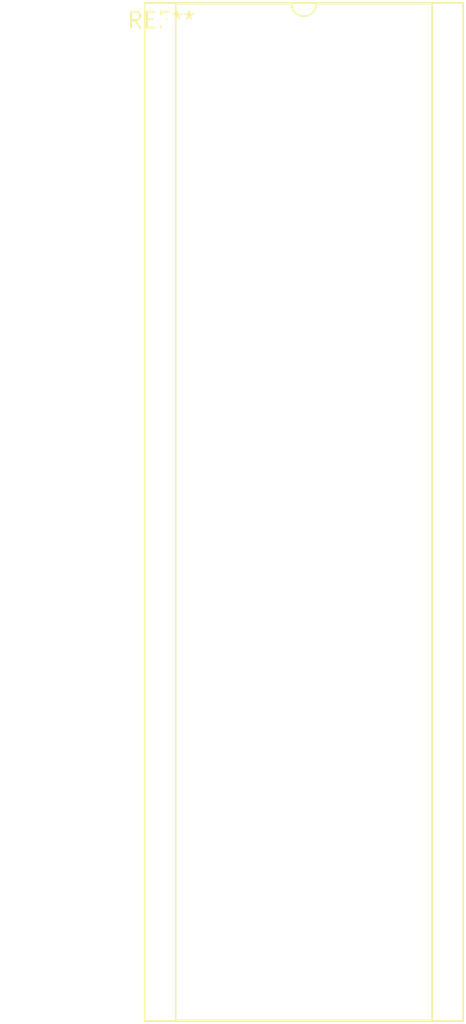
<source format=kicad_pcb>
(kicad_pcb (version 20240108) (generator pcbnew)
  (layers (0 "F.Cu" signal) (31 "B.Cu" signal) (34 "B.Paste" user) (35 "F.Paste" user) (36 "B.SilkS" user "B.Silkscreen") (37 "F.SilkS" user "F.Silkscreen") (38 "B.Mask" user) (39 "F.Mask" user) (44 "Edge.Cuts" user))
  (net 0 "")
  (footprint "DIP-64_W22.86mm_Socket" (layer "F.Cu") (at 0 0)
    (property "Reference" "REF**")
    (property "Value" "DIP-64_W22.86mm_Socket")
    (fp_line (start -1.33 -1.39) (end -1.33 80.13) (layer "F.SilkS") (stroke (width 0.12)))
    (fp_line (start -1.33 80.13) (end 24.19 80.13) (layer "F.SilkS") (stroke (width 0.12)))
    (fp_line (start 1.16 -1.33) (end 1.16 80.07) (layer "F.SilkS") (stroke (width 0.12)))
    (fp_line (start 1.16 80.07) (end 21.7 80.07) (layer "F.SilkS") (stroke (width 0.12)))
    (fp_line (start 10.43 -1.33) (end 1.16 -1.33) (layer "F.SilkS") (stroke (width 0.12)))
    (fp_line (start 21.7 -1.33) (end 12.43 -1.33) (layer "F.SilkS") (stroke (width 0.12)))
    (fp_line (start 21.7 80.07) (end 21.7 -1.33) (layer "F.SilkS") (stroke (width 0.12)))
    (fp_line (start 24.19 -1.39) (end -1.33 -1.39) (layer "F.SilkS") (stroke (width 0.12)))
    (fp_line (start 24.19 80.13) (end 24.19 -1.39) (layer "F.SilkS") (stroke (width 0.12)))
    (fp_arc (start 12.43 -1.33) (mid 11.43 -0.33) (end 10.43 -1.33) (layer "F.SilkS") (stroke (width 0.12)))
    (pad "1" thru_hole rect (at 0 0) (size 1.6 1.6) (drill 0.8) (layers *.Cu *.Mask) (remove_unused_layers))
    (pad "2" thru_hole oval (at 0 2.54) (size 1.6 1.6) (drill 0.8) (layers *.Cu *.Mask) (remove_unused_layers))
    (pad "3" thru_hole oval (at 0 5.08) (size 1.6 1.6) (drill 0.8) (layers *.Cu *.Mask) (remove_unused_layers))
    (pad "4" thru_hole oval (at 0 7.62) (size 1.6 1.6) (drill 0.8) (layers *.Cu *.Mask) (remove_unused_layers))
    (pad "5" thru_hole oval (at 0 10.16) (size 1.6 1.6) (drill 0.8) (layers *.Cu *.Mask) (remove_unused_layers))
    (pad "6" thru_hole oval (at 0 12.7) (size 1.6 1.6) (drill 0.8) (layers *.Cu *.Mask) (remove_unused_layers))
    (pad "7" thru_hole oval (at 0 15.24) (size 1.6 1.6) (drill 0.8) (layers *.Cu *.Mask) (remove_unused_layers))
    (pad "8" thru_hole oval (at 0 17.78) (size 1.6 1.6) (drill 0.8) (layers *.Cu *.Mask) (remove_unused_layers))
    (pad "9" thru_hole oval (at 0 20.32) (size 1.6 1.6) (drill 0.8) (layers *.Cu *.Mask) (remove_unused_layers))
    (pad "10" thru_hole oval (at 0 22.86) (size 1.6 1.6) (drill 0.8) (layers *.Cu *.Mask) (remove_unused_layers))
    (pad "11" thru_hole oval (at 0 25.4) (size 1.6 1.6) (drill 0.8) (layers *.Cu *.Mask) (remove_unused_layers))
    (pad "12" thru_hole oval (at 0 27.94) (size 1.6 1.6) (drill 0.8) (layers *.Cu *.Mask) (remove_unused_layers))
    (pad "13" thru_hole oval (at 0 30.48) (size 1.6 1.6) (drill 0.8) (layers *.Cu *.Mask) (remove_unused_layers))
    (pad "14" thru_hole oval (at 0 33.02) (size 1.6 1.6) (drill 0.8) (layers *.Cu *.Mask) (remove_unused_layers))
    (pad "15" thru_hole oval (at 0 35.56) (size 1.6 1.6) (drill 0.8) (layers *.Cu *.Mask) (remove_unused_layers))
    (pad "16" thru_hole oval (at 0 38.1) (size 1.6 1.6) (drill 0.8) (layers *.Cu *.Mask) (remove_unused_layers))
    (pad "17" thru_hole oval (at 0 40.64) (size 1.6 1.6) (drill 0.8) (layers *.Cu *.Mask) (remove_unused_layers))
    (pad "18" thru_hole oval (at 0 43.18) (size 1.6 1.6) (drill 0.8) (layers *.Cu *.Mask) (remove_unused_layers))
    (pad "19" thru_hole oval (at 0 45.72) (size 1.6 1.6) (drill 0.8) (layers *.Cu *.Mask) (remove_unused_layers))
    (pad "20" thru_hole oval (at 0 48.26) (size 1.6 1.6) (drill 0.8) (layers *.Cu *.Mask) (remove_unused_layers))
    (pad "21" thru_hole oval (at 0 50.8) (size 1.6 1.6) (drill 0.8) (layers *.Cu *.Mask) (remove_unused_layers))
    (pad "22" thru_hole oval (at 0 53.34) (size 1.6 1.6) (drill 0.8) (layers *.Cu *.Mask) (remove_unused_layers))
    (pad "23" thru_hole oval (at 0 55.88) (size 1.6 1.6) (drill 0.8) (layers *.Cu *.Mask) (remove_unused_layers))
    (pad "24" thru_hole oval (at 0 58.42) (size 1.6 1.6) (drill 0.8) (layers *.Cu *.Mask) (remove_unused_layers))
    (pad "25" thru_hole oval (at 0 60.96) (size 1.6 1.6) (drill 0.8) (layers *.Cu *.Mask) (remove_unused_layers))
    (pad "26" thru_hole oval (at 0 63.5) (size 1.6 1.6) (drill 0.8) (layers *.Cu *.Mask) (remove_unused_layers))
    (pad "27" thru_hole oval (at 0 66.04) (size 1.6 1.6) (drill 0.8) (layers *.Cu *.Mask) (remove_unused_layers))
    (pad "28" thru_hole oval (at 0 68.58) (size 1.6 1.6) (drill 0.8) (layers *.Cu *.Mask) (remove_unused_layers))
    (pad "29" thru_hole oval (at 0 71.12) (size 1.6 1.6) (drill 0.8) (layers *.Cu *.Mask) (remove_unused_layers))
    (pad "30" thru_hole oval (at 0 73.66) (size 1.6 1.6) (drill 0.8) (layers *.Cu *.Mask) (remove_unused_layers))
    (pad "31" thru_hole oval (at 0 76.2) (size 1.6 1.6) (drill 0.8) (layers *.Cu *.Mask) (remove_unused_layers))
    (pad "32" thru_hole oval (at 0 78.74) (size 1.6 1.6) (drill 0.8) (layers *.Cu *.Mask) (remove_unused_layers))
    (pad "33" thru_hole oval (at 22.86 78.74) (size 1.6 1.6) (drill 0.8) (layers *.Cu *.Mask) (remove_unused_layers))
    (pad "34" thru_hole oval (at 22.86 76.2) (size 1.6 1.6) (drill 0.8) (layers *.Cu *.Mask) (remove_unused_layers))
    (pad "35" thru_hole oval (at 22.86 73.66) (size 1.6 1.6) (drill 0.8) (layers *.Cu *.Mask) (remove_unused_layers))
    (pad "36" thru_hole oval (at 22.86 71.12) (size 1.6 1.6) (drill 0.8) (layers *.Cu *.Mask) (remove_unused_layers))
    (pad "37" thru_hole oval (at 22.86 68.58) (size 1.6 1.6) (drill 0.8) (layers *.Cu *.Mask) (remove_unused_layers))
    (pad "38" thru_hole oval (at 22.86 66.04) (size 1.6 1.6) (drill 0.8) (layers *.Cu *.Mask) (remove_unused_layers))
    (pad "39" thru_hole oval (at 22.86 63.5) (size 1.6 1.6) (drill 0.8) (layers *.Cu *.Mask) (remove_unused_layers))
    (pad "40" thru_hole oval (at 22.86 60.96) (size 1.6 1.6) (drill 0.8) (layers *.Cu *.Mask) (remove_unused_layers))
    (pad "41" thru_hole oval (at 22.86 58.42) (size 1.6 1.6) (drill 0.8) (layers *.Cu *.Mask) (remove_unused_layers))
    (pad "42" thru_hole oval (at 22.86 55.88) (size 1.6 1.6) (drill 0.8) (layers *.Cu *.Mask) (remove_unused_layers))
    (pad "43" thru_hole oval (at 22.86 53.34) (size 1.6 1.6) (drill 0.8) (layers *.Cu *.Mask) (remove_unused_layers))
    (pad "44" thru_hole oval (at 22.86 50.8) (size 1.6 1.6) (drill 0.8) (layers *.Cu *.Mask) (remove_unused_layers))
    (pad "45" thru_hole oval (at 22.86 48.26) (size 1.6 1.6) (drill 0.8) (layers *.Cu *.Mask) (remove_unused_layers))
    (pad "46" thru_hole oval (at 22.86 45.72) (size 1.6 1.6) (drill 0.8) (layers *.Cu *.Mask) (remove_unused_layers))
    (pad "47" thru_hole oval (at 22.86 43.18) (size 1.6 1.6) (drill 0.8) (layers *.Cu *.Mask) (remove_unused_layers))
    (pad "48" thru_hole oval (at 22.86 40.64) (size 1.6 1.6) (drill 0.8) (layers *.Cu *.Mask) (remove_unused_layers))
    (pad "49" thru_hole oval (at 22.86 38.1) (size 1.6 1.6) (drill 0.8) (layers *.Cu *.Mask) (remove_unused_layers))
    (pad "50" thru_hole oval (at 22.86 35.56) (size 1.6 1.6) (drill 0.8) (layers *.Cu *.Mask) (remove_unused_layers))
    (pad "51" thru_hole oval (at 22.86 33.02) (size 1.6 1.6) (drill 0.8) (layers *.Cu *.Mask) (remove_unused_layers))
    (pad "52" thru_hole oval (at 22.86 30.48) (size 1.6 1.6) (drill 0.8) (layers *.Cu *.Mask) (remove_unused_layers))
    (pad "53" thru_hole oval (at 22.86 27.94) (size 1.6 1.6) (drill 0.8) (layers *.Cu *.Mask) (remove_unused_layers))
    (pad "54" thru_hole oval (at 22.86 25.4) (size 1.6 1.6) (drill 0.8) (layers *.Cu *.Mask) (remove_unused_layers))
    (pad "55" thru_hole oval (at 22.86 22.86) (size 1.6 1.6) (drill 0.8) (layers *.Cu *.Mask) (remove_unused_layers))
    (pad "56" thru_hole oval (at 22.86 20.32) (size 1.6 1.6) (drill 0.8) (layers *.Cu *.Mask) (remove_unused_layers))
    (pad "57" thru_hole oval (at 22.86 17.78) (size 1.6 1.6) (drill 0.8) (layers *.Cu *.Mask) (remove_unused_layers))
    (pad "58" thru_hole oval (at 22.86 15.24) (size 1.6 1.6) (drill 0.8) (layers *.Cu *.Mask) (remove_unused_layers))
    (pad "59" thru_hole oval (at 22.86 12.7) (size 1.6 1.6) (drill 0.8) (layers *.Cu *.Mask) (remove_unused_layers))
    (pad "60" thru_hole oval (at 22.86 10.16) (size 1.6 1.6) (drill 0.8) (layers *.Cu *.Mask) (remove_unused_layers))
    (pad "61" thru_hole oval (at 22.86 7.62) (size 1.6 1.6) (drill 0.8) (layers *.Cu *.Mask) (remove_unused_layers))
    (pad "62" thru_hole oval (at 22.86 5.08) (size 1.6 1.6) (drill 0.8) (layers *.Cu *.Mask) (remove_unused_layers))
    (pad "63" thru_hole oval (at 22.86 2.54) (size 1.6 1.6) (drill 0.8) (layers *.Cu *.Mask) (remove_unused_layers))
    (pad "64" thru_hole oval (at 22.86 0) (size 1.6 1.6) (drill 0.8) (layers *.Cu *.Mask) (remove_unused_layers))
  )
)
</source>
